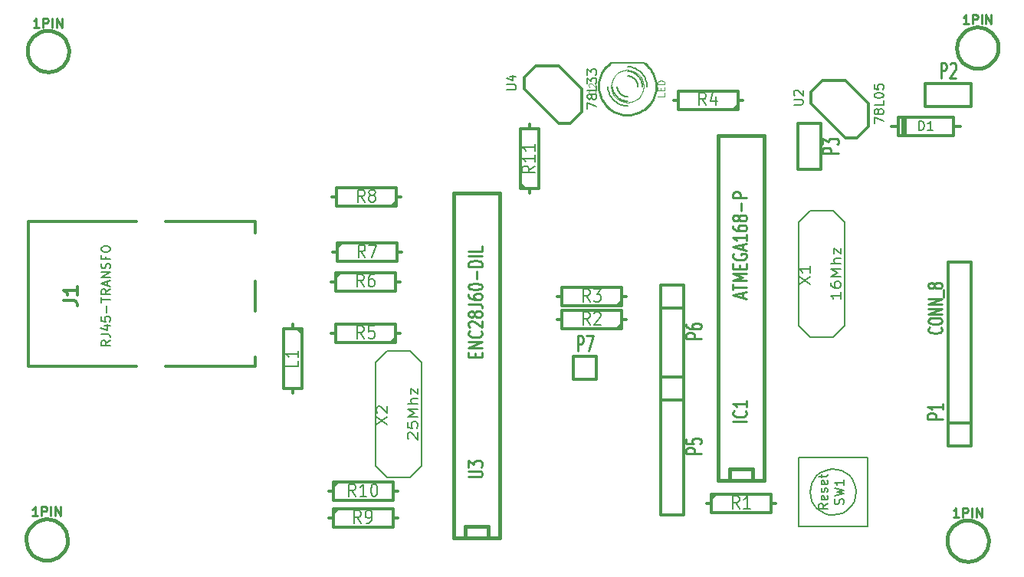
<source format=gto>
G04 (created by PCBNEW-RS274X (2012-01-19 BZR 3256)-stable) date 4/16/2012 4:42:44 PM*
G01*
G70*
G90*
%MOIN*%
G04 Gerber Fmt 3.4, Leading zero omitted, Abs format*
%FSLAX34Y34*%
G04 APERTURE LIST*
%ADD10C,0.006000*%
%ADD11C,0.005000*%
%ADD12C,0.012000*%
%ADD13C,0.008000*%
%ADD14C,0.003000*%
%ADD15C,0.010000*%
%ADD16C,0.015000*%
%ADD17C,0.012500*%
%ADD18C,0.010700*%
%ADD19C,0.003500*%
%ADD20C,0.011300*%
G04 APERTURE END LIST*
G54D10*
G54D11*
X45200Y-65800D02*
X45180Y-65994D01*
X45124Y-66181D01*
X45032Y-66353D01*
X44909Y-66504D01*
X44759Y-66629D01*
X44587Y-66721D01*
X44401Y-66779D01*
X44206Y-66799D01*
X44013Y-66782D01*
X43826Y-66727D01*
X43653Y-66636D01*
X43501Y-66514D01*
X43375Y-66364D01*
X43281Y-66193D01*
X43222Y-66007D01*
X43201Y-65813D01*
X43217Y-65620D01*
X43271Y-65432D01*
X43360Y-65259D01*
X43481Y-65106D01*
X43630Y-64979D01*
X43800Y-64884D01*
X43986Y-64824D01*
X44180Y-64801D01*
X44373Y-64816D01*
X44561Y-64868D01*
X44735Y-64956D01*
X44889Y-65076D01*
X45017Y-65224D01*
X45113Y-65394D01*
X45175Y-65579D01*
X45199Y-65773D01*
X45200Y-65800D01*
X45700Y-64300D02*
X45700Y-67300D01*
X45700Y-67300D02*
X42700Y-67300D01*
X42700Y-67300D02*
X42700Y-64300D01*
X45700Y-64300D02*
X42700Y-64300D01*
G54D12*
X49200Y-63800D02*
X49200Y-55800D01*
X49200Y-55800D02*
X50200Y-55800D01*
X50200Y-55800D02*
X50200Y-63800D01*
X50200Y-63800D02*
X49200Y-63800D01*
X50200Y-62800D02*
X49200Y-62800D01*
X36700Y-60800D02*
X37700Y-60800D01*
X37700Y-60800D02*
X37700Y-66800D01*
X37700Y-66800D02*
X36700Y-66800D01*
X36700Y-66800D02*
X36700Y-60800D01*
X36700Y-61800D02*
X37700Y-61800D01*
X37700Y-56800D02*
X37700Y-56800D01*
X36700Y-56800D02*
X37700Y-56800D01*
X37700Y-56800D02*
X37700Y-56800D01*
X37700Y-56800D02*
X37700Y-60800D01*
X37700Y-60800D02*
X36700Y-60800D01*
X36700Y-60800D02*
X36700Y-56800D01*
X36700Y-57800D02*
X37700Y-57800D01*
X48200Y-49025D02*
X48200Y-48025D01*
X48200Y-48025D02*
X50200Y-48025D01*
X50200Y-48025D02*
X50200Y-49025D01*
X50200Y-49025D02*
X48200Y-49025D01*
X20700Y-58500D02*
X20700Y-58700D01*
X20700Y-61500D02*
X20700Y-61300D01*
X20700Y-61300D02*
X21100Y-61300D01*
X21100Y-61300D02*
X21100Y-58700D01*
X21100Y-58700D02*
X20300Y-58700D01*
X20300Y-58700D02*
X20300Y-61300D01*
X20300Y-61300D02*
X20700Y-61300D01*
X20900Y-58700D02*
X21100Y-58900D01*
X31000Y-52800D02*
X31000Y-52600D01*
X31000Y-49800D02*
X31000Y-50000D01*
X31000Y-50000D02*
X30600Y-50000D01*
X30600Y-50000D02*
X30600Y-52600D01*
X30600Y-52600D02*
X31400Y-52600D01*
X31400Y-52600D02*
X31400Y-50000D01*
X31400Y-50000D02*
X31000Y-50000D01*
X30800Y-52600D02*
X30600Y-52400D01*
X22250Y-65775D02*
X22450Y-65775D01*
X25250Y-65775D02*
X25050Y-65775D01*
X25050Y-65775D02*
X25050Y-65375D01*
X25050Y-65375D02*
X22450Y-65375D01*
X22450Y-65375D02*
X22450Y-66175D01*
X22450Y-66175D02*
X25050Y-66175D01*
X25050Y-66175D02*
X25050Y-65775D01*
X22450Y-65575D02*
X22650Y-65375D01*
X22250Y-66925D02*
X22450Y-66925D01*
X25250Y-66925D02*
X25050Y-66925D01*
X25050Y-66925D02*
X25050Y-66525D01*
X25050Y-66525D02*
X22450Y-66525D01*
X22450Y-66525D02*
X22450Y-67325D01*
X22450Y-67325D02*
X25050Y-67325D01*
X25050Y-67325D02*
X25050Y-66925D01*
X22450Y-66725D02*
X22650Y-66525D01*
X25400Y-52975D02*
X25200Y-52975D01*
X22400Y-52975D02*
X22600Y-52975D01*
X22600Y-52975D02*
X22600Y-53375D01*
X22600Y-53375D02*
X25200Y-53375D01*
X25200Y-53375D02*
X25200Y-52575D01*
X25200Y-52575D02*
X22600Y-52575D01*
X22600Y-52575D02*
X22600Y-52975D01*
X25200Y-53175D02*
X25000Y-53375D01*
X22425Y-55375D02*
X22625Y-55375D01*
X25425Y-55375D02*
X25225Y-55375D01*
X25225Y-55375D02*
X25225Y-54975D01*
X25225Y-54975D02*
X22625Y-54975D01*
X22625Y-54975D02*
X22625Y-55775D01*
X22625Y-55775D02*
X25225Y-55775D01*
X25225Y-55775D02*
X25225Y-55375D01*
X22625Y-55175D02*
X22825Y-54975D01*
X22375Y-56650D02*
X22575Y-56650D01*
X25375Y-56650D02*
X25175Y-56650D01*
X25175Y-56650D02*
X25175Y-56250D01*
X25175Y-56250D02*
X22575Y-56250D01*
X22575Y-56250D02*
X22575Y-57050D01*
X22575Y-57050D02*
X25175Y-57050D01*
X25175Y-57050D02*
X25175Y-56650D01*
X22575Y-56450D02*
X22775Y-56250D01*
X25375Y-58900D02*
X25175Y-58900D01*
X22375Y-58900D02*
X22575Y-58900D01*
X22575Y-58900D02*
X22575Y-59300D01*
X22575Y-59300D02*
X25175Y-59300D01*
X25175Y-59300D02*
X25175Y-58500D01*
X25175Y-58500D02*
X22575Y-58500D01*
X22575Y-58500D02*
X22575Y-58900D01*
X25175Y-59100D02*
X24975Y-59300D01*
X40250Y-48750D02*
X40050Y-48750D01*
X37250Y-48750D02*
X37450Y-48750D01*
X37450Y-48750D02*
X37450Y-49150D01*
X37450Y-49150D02*
X40050Y-49150D01*
X40050Y-49150D02*
X40050Y-48350D01*
X40050Y-48350D02*
X37450Y-48350D01*
X37450Y-48350D02*
X37450Y-48750D01*
X40050Y-48950D02*
X39850Y-49150D01*
X35200Y-57300D02*
X35000Y-57300D01*
X32200Y-57300D02*
X32400Y-57300D01*
X32400Y-57300D02*
X32400Y-57700D01*
X32400Y-57700D02*
X35000Y-57700D01*
X35000Y-57700D02*
X35000Y-56900D01*
X35000Y-56900D02*
X32400Y-56900D01*
X32400Y-56900D02*
X32400Y-57300D01*
X35000Y-57500D02*
X34800Y-57700D01*
X35200Y-58300D02*
X35000Y-58300D01*
X32200Y-58300D02*
X32400Y-58300D01*
X32400Y-58300D02*
X32400Y-58700D01*
X32400Y-58700D02*
X35000Y-58700D01*
X35000Y-58700D02*
X35000Y-57900D01*
X35000Y-57900D02*
X32400Y-57900D01*
X32400Y-57900D02*
X32400Y-58300D01*
X35000Y-58500D02*
X34800Y-58700D01*
X38700Y-66300D02*
X38900Y-66300D01*
X41700Y-66300D02*
X41500Y-66300D01*
X41500Y-66300D02*
X41500Y-65900D01*
X41500Y-65900D02*
X38900Y-65900D01*
X38900Y-65900D02*
X38900Y-66700D01*
X38900Y-66700D02*
X41500Y-66700D01*
X41500Y-66700D02*
X41500Y-66300D01*
X38900Y-66100D02*
X39100Y-65900D01*
X43225Y-48900D02*
X44725Y-50400D01*
X44725Y-50400D02*
X45225Y-50400D01*
X45225Y-50400D02*
X45725Y-49900D01*
X45725Y-49900D02*
X45725Y-48900D01*
X45725Y-48900D02*
X44725Y-47900D01*
X44725Y-47900D02*
X43725Y-47900D01*
X43725Y-47900D02*
X43225Y-48400D01*
X43225Y-48400D02*
X43225Y-48900D01*
X30750Y-48250D02*
X32250Y-49750D01*
X32250Y-49750D02*
X32750Y-49750D01*
X32750Y-49750D02*
X33250Y-49250D01*
X33250Y-49250D02*
X33250Y-48250D01*
X33250Y-48250D02*
X32250Y-47250D01*
X32250Y-47250D02*
X31250Y-47250D01*
X31250Y-47250D02*
X30750Y-47750D01*
X30750Y-47750D02*
X30750Y-48250D01*
G54D13*
X36000Y-47130D02*
X34500Y-47130D01*
G54D14*
X35957Y-48150D02*
X35943Y-48287D01*
X35903Y-48419D01*
X35838Y-48541D01*
X35751Y-48648D01*
X35645Y-48736D01*
X35523Y-48801D01*
X35392Y-48842D01*
X35254Y-48856D01*
X35118Y-48844D01*
X34986Y-48805D01*
X34863Y-48741D01*
X34756Y-48655D01*
X34667Y-48549D01*
X34601Y-48428D01*
X34559Y-48296D01*
X34544Y-48159D01*
X34555Y-48023D01*
X34593Y-47890D01*
X34656Y-47768D01*
X34742Y-47659D01*
X34847Y-47570D01*
X34967Y-47503D01*
X35099Y-47460D01*
X35236Y-47444D01*
X35372Y-47454D01*
X35505Y-47491D01*
X35628Y-47554D01*
X35737Y-47639D01*
X35827Y-47743D01*
X35895Y-47863D01*
X35939Y-47994D01*
X35956Y-48131D01*
X35957Y-48150D01*
G54D15*
X34500Y-47151D02*
X34416Y-47220D01*
X34338Y-47296D01*
X34267Y-47379D01*
X34203Y-47468D01*
X34148Y-47562D01*
X34101Y-47660D01*
X34062Y-47762D01*
X34033Y-47867D01*
X34013Y-47974D01*
X34002Y-48083D01*
X34001Y-48191D01*
X34010Y-48300D01*
X34027Y-48407D01*
X34054Y-48513D01*
X34091Y-48616D01*
X34136Y-48715D01*
X34189Y-48810D01*
X34251Y-48900D01*
X34320Y-48984D01*
X34396Y-49062D01*
X34479Y-49133D01*
X34568Y-49197D01*
X34662Y-49252D01*
X34760Y-49299D01*
X34862Y-49338D01*
X34967Y-49367D01*
X35074Y-49387D01*
X35183Y-49398D01*
X35291Y-49399D01*
X35400Y-49390D01*
X35507Y-49373D01*
X35613Y-49346D01*
X35716Y-49309D01*
X35815Y-49264D01*
X35910Y-49211D01*
X36000Y-49149D01*
X36084Y-49080D01*
X36162Y-49004D01*
X36233Y-48921D01*
X36297Y-48832D01*
X36352Y-48738D01*
X36399Y-48640D01*
X36438Y-48538D01*
X36467Y-48433D01*
X36487Y-48326D01*
X36498Y-48217D01*
X36499Y-48109D01*
X36490Y-48000D01*
X36473Y-47893D01*
X36446Y-47787D01*
X36409Y-47684D01*
X36364Y-47585D01*
X36311Y-47490D01*
X36249Y-47400D01*
X36180Y-47316D01*
X36104Y-47238D01*
X36021Y-47167D01*
X36000Y-47151D01*
G54D10*
X34800Y-48150D02*
X34802Y-48189D01*
X34807Y-48228D01*
X34816Y-48266D01*
X34828Y-48303D01*
X34843Y-48340D01*
X34861Y-48374D01*
X34882Y-48408D01*
X34906Y-48439D01*
X34932Y-48468D01*
X34961Y-48494D01*
X34992Y-48518D01*
X35026Y-48539D01*
X35060Y-48557D01*
X35097Y-48572D01*
X35134Y-48584D01*
X35172Y-48593D01*
X35211Y-48598D01*
X35250Y-48600D01*
X35700Y-48150D02*
X35698Y-48111D01*
X35693Y-48072D01*
X35684Y-48034D01*
X35672Y-47997D01*
X35657Y-47960D01*
X35639Y-47926D01*
X35618Y-47892D01*
X35594Y-47861D01*
X35568Y-47832D01*
X35539Y-47806D01*
X35508Y-47782D01*
X35475Y-47761D01*
X35440Y-47743D01*
X35403Y-47728D01*
X35366Y-47716D01*
X35328Y-47707D01*
X35289Y-47702D01*
X35250Y-47700D01*
X34600Y-48150D02*
X34603Y-48206D01*
X34610Y-48262D01*
X34623Y-48318D01*
X34640Y-48372D01*
X34661Y-48424D01*
X34688Y-48475D01*
X34718Y-48522D01*
X34753Y-48567D01*
X34791Y-48609D01*
X34833Y-48647D01*
X34878Y-48682D01*
X34926Y-48712D01*
X34976Y-48739D01*
X35028Y-48760D01*
X35082Y-48777D01*
X35138Y-48790D01*
X35194Y-48797D01*
X35250Y-48800D01*
X35900Y-48150D02*
X35897Y-48094D01*
X35890Y-48038D01*
X35877Y-47982D01*
X35860Y-47928D01*
X35839Y-47876D01*
X35812Y-47826D01*
X35782Y-47778D01*
X35747Y-47733D01*
X35709Y-47691D01*
X35667Y-47653D01*
X35622Y-47618D01*
X35575Y-47588D01*
X35524Y-47561D01*
X35472Y-47540D01*
X35418Y-47523D01*
X35362Y-47510D01*
X35306Y-47503D01*
X35250Y-47500D01*
X34400Y-48150D02*
X34404Y-48224D01*
X34413Y-48297D01*
X34429Y-48369D01*
X34452Y-48440D01*
X34480Y-48509D01*
X34514Y-48574D01*
X34554Y-48637D01*
X34599Y-48696D01*
X34649Y-48751D01*
X34704Y-48801D01*
X34763Y-48846D01*
X34826Y-48886D01*
X34891Y-48920D01*
X34960Y-48948D01*
X35031Y-48971D01*
X35103Y-48987D01*
X35176Y-48996D01*
X35250Y-49000D01*
X36100Y-48150D02*
X36096Y-48076D01*
X36087Y-48003D01*
X36071Y-47931D01*
X36048Y-47860D01*
X36020Y-47791D01*
X35986Y-47726D01*
X35946Y-47663D01*
X35901Y-47604D01*
X35851Y-47549D01*
X35796Y-47499D01*
X35737Y-47454D01*
X35675Y-47414D01*
X35609Y-47380D01*
X35540Y-47352D01*
X35469Y-47329D01*
X35397Y-47313D01*
X35324Y-47304D01*
X35250Y-47300D01*
X43200Y-59050D02*
X42700Y-58550D01*
X42700Y-54050D02*
X43200Y-53550D01*
X44200Y-53550D02*
X44700Y-54050D01*
X44200Y-59050D02*
X44700Y-58550D01*
X42700Y-58550D02*
X42700Y-54050D01*
X43200Y-59050D02*
X44200Y-59050D01*
X44700Y-58550D02*
X44700Y-54050D01*
X44200Y-53550D02*
X43200Y-53550D01*
X24800Y-65150D02*
X24300Y-64650D01*
X24300Y-60150D02*
X24800Y-59650D01*
X25800Y-59650D02*
X26300Y-60150D01*
X25800Y-65150D02*
X26300Y-64650D01*
X24300Y-64650D02*
X24300Y-60150D01*
X24800Y-65150D02*
X25800Y-65150D01*
X26300Y-64650D02*
X26300Y-60150D01*
X25800Y-59650D02*
X24800Y-59650D01*
G54D12*
X46725Y-49900D02*
X47025Y-49900D01*
X47025Y-49900D02*
X47025Y-50300D01*
X47025Y-50300D02*
X49425Y-50300D01*
X49425Y-50300D02*
X49425Y-49900D01*
X49425Y-49900D02*
X49725Y-49900D01*
X49425Y-49900D02*
X49425Y-49500D01*
X49425Y-49500D02*
X47025Y-49500D01*
X47025Y-49500D02*
X47025Y-49900D01*
X47225Y-50300D02*
X47225Y-49500D01*
X47325Y-49500D02*
X47325Y-50300D01*
G54D16*
X39200Y-65300D02*
X39200Y-50300D01*
X39200Y-50300D02*
X41200Y-50300D01*
X41200Y-50300D02*
X41200Y-65300D01*
X41200Y-65300D02*
X39200Y-65300D01*
X39700Y-65300D02*
X39700Y-64800D01*
X39700Y-64800D02*
X40700Y-64800D01*
X40700Y-64800D02*
X40700Y-65300D01*
X27700Y-67800D02*
X27700Y-52800D01*
X27700Y-52800D02*
X29700Y-52800D01*
X29700Y-52800D02*
X29700Y-67800D01*
X29700Y-67800D02*
X27700Y-67800D01*
X28200Y-67800D02*
X28200Y-67300D01*
X28200Y-67300D02*
X29200Y-67300D01*
X29200Y-67300D02*
X29200Y-67800D01*
G54D17*
X32900Y-60900D02*
X33900Y-60900D01*
X32900Y-59900D02*
X33900Y-59900D01*
G54D12*
X32900Y-60900D02*
X32900Y-59900D01*
X33900Y-59900D02*
X33900Y-60900D01*
X09200Y-60325D02*
X13900Y-60325D01*
X15150Y-60325D02*
X19050Y-60325D01*
X09200Y-54025D02*
X13900Y-54025D01*
X15150Y-54025D02*
X19050Y-54025D01*
X19050Y-60325D02*
X19050Y-59925D01*
X19050Y-56625D02*
X19050Y-57925D01*
X19050Y-54025D02*
X19050Y-54525D01*
X09182Y-54025D02*
X09182Y-60325D01*
X42650Y-49750D02*
X43650Y-49750D01*
X43650Y-49750D02*
X43650Y-51750D01*
X43650Y-51750D02*
X42650Y-51750D01*
X42650Y-51750D02*
X42650Y-49750D01*
G54D16*
X10900Y-67875D02*
X10882Y-68049D01*
X10832Y-68217D01*
X10749Y-68373D01*
X10638Y-68509D01*
X10503Y-68621D01*
X10348Y-68704D01*
X10180Y-68756D01*
X10006Y-68774D01*
X09832Y-68759D01*
X09663Y-68709D01*
X09508Y-68628D01*
X09371Y-68518D01*
X09258Y-68383D01*
X09173Y-68229D01*
X09120Y-68062D01*
X09101Y-67887D01*
X09115Y-67713D01*
X09164Y-67544D01*
X09244Y-67388D01*
X09353Y-67250D01*
X09487Y-67136D01*
X09640Y-67051D01*
X09807Y-66996D01*
X09982Y-66976D01*
X10156Y-66989D01*
X10325Y-67036D01*
X10482Y-67116D01*
X10620Y-67224D01*
X10735Y-67357D01*
X10822Y-67509D01*
X10877Y-67676D01*
X10899Y-67850D01*
X10900Y-67875D01*
X50950Y-67925D02*
X50932Y-68099D01*
X50882Y-68267D01*
X50799Y-68423D01*
X50688Y-68559D01*
X50553Y-68671D01*
X50398Y-68754D01*
X50230Y-68806D01*
X50056Y-68824D01*
X49882Y-68809D01*
X49713Y-68759D01*
X49558Y-68678D01*
X49421Y-68568D01*
X49308Y-68433D01*
X49223Y-68279D01*
X49170Y-68112D01*
X49151Y-67937D01*
X49165Y-67763D01*
X49214Y-67594D01*
X49294Y-67438D01*
X49403Y-67300D01*
X49537Y-67186D01*
X49690Y-67101D01*
X49857Y-67046D01*
X50032Y-67026D01*
X50206Y-67039D01*
X50375Y-67086D01*
X50532Y-67166D01*
X50670Y-67274D01*
X50785Y-67407D01*
X50872Y-67559D01*
X50927Y-67726D01*
X50949Y-67900D01*
X50950Y-67925D01*
X51375Y-46475D02*
X51357Y-46649D01*
X51307Y-46817D01*
X51224Y-46973D01*
X51113Y-47109D01*
X50978Y-47221D01*
X50823Y-47304D01*
X50655Y-47356D01*
X50481Y-47374D01*
X50307Y-47359D01*
X50138Y-47309D01*
X49983Y-47228D01*
X49846Y-47118D01*
X49733Y-46983D01*
X49648Y-46829D01*
X49595Y-46662D01*
X49576Y-46487D01*
X49590Y-46313D01*
X49639Y-46144D01*
X49719Y-45988D01*
X49828Y-45850D01*
X49962Y-45736D01*
X50115Y-45651D01*
X50282Y-45596D01*
X50457Y-45576D01*
X50631Y-45589D01*
X50800Y-45636D01*
X50957Y-45716D01*
X51095Y-45824D01*
X51210Y-45957D01*
X51297Y-46109D01*
X51352Y-46276D01*
X51374Y-46450D01*
X51375Y-46475D01*
X10950Y-46625D02*
X10932Y-46799D01*
X10882Y-46967D01*
X10799Y-47123D01*
X10688Y-47259D01*
X10553Y-47371D01*
X10398Y-47454D01*
X10230Y-47506D01*
X10056Y-47524D01*
X09882Y-47509D01*
X09713Y-47459D01*
X09558Y-47378D01*
X09421Y-47268D01*
X09308Y-47133D01*
X09223Y-46979D01*
X09170Y-46812D01*
X09151Y-46637D01*
X09165Y-46463D01*
X09214Y-46294D01*
X09294Y-46138D01*
X09403Y-46000D01*
X09537Y-45886D01*
X09690Y-45801D01*
X09857Y-45746D01*
X10032Y-45726D01*
X10206Y-45739D01*
X10375Y-45786D01*
X10532Y-45866D01*
X10670Y-45974D01*
X10785Y-46107D01*
X10872Y-46259D01*
X10927Y-46426D01*
X10949Y-46600D01*
X10950Y-46625D01*
G54D13*
X44643Y-66333D02*
X44662Y-66276D01*
X44662Y-66180D01*
X44643Y-66142D01*
X44624Y-66123D01*
X44586Y-66104D01*
X44548Y-66104D01*
X44510Y-66123D01*
X44490Y-66142D01*
X44471Y-66180D01*
X44452Y-66257D01*
X44433Y-66295D01*
X44414Y-66314D01*
X44376Y-66333D01*
X44338Y-66333D01*
X44300Y-66314D01*
X44281Y-66295D01*
X44262Y-66257D01*
X44262Y-66161D01*
X44281Y-66104D01*
X44262Y-65971D02*
X44662Y-65876D01*
X44376Y-65799D01*
X44662Y-65723D01*
X44262Y-65628D01*
X44662Y-65266D02*
X44662Y-65495D01*
X44662Y-65381D02*
X44262Y-65381D01*
X44319Y-65419D01*
X44357Y-65457D01*
X44376Y-65495D01*
X43962Y-66295D02*
X43771Y-66429D01*
X43962Y-66524D02*
X43562Y-66524D01*
X43562Y-66371D01*
X43581Y-66333D01*
X43600Y-66314D01*
X43638Y-66295D01*
X43695Y-66295D01*
X43733Y-66314D01*
X43752Y-66333D01*
X43771Y-66371D01*
X43771Y-66524D01*
X43943Y-65971D02*
X43962Y-66009D01*
X43962Y-66086D01*
X43943Y-66124D01*
X43905Y-66143D01*
X43752Y-66143D01*
X43714Y-66124D01*
X43695Y-66086D01*
X43695Y-66009D01*
X43714Y-65971D01*
X43752Y-65952D01*
X43790Y-65952D01*
X43829Y-66143D01*
X43943Y-65800D02*
X43962Y-65762D01*
X43962Y-65686D01*
X43943Y-65647D01*
X43905Y-65628D01*
X43886Y-65628D01*
X43848Y-65647D01*
X43829Y-65686D01*
X43829Y-65743D01*
X43810Y-65781D01*
X43771Y-65800D01*
X43752Y-65800D01*
X43714Y-65781D01*
X43695Y-65743D01*
X43695Y-65686D01*
X43714Y-65647D01*
X43943Y-65304D02*
X43962Y-65342D01*
X43962Y-65419D01*
X43943Y-65457D01*
X43905Y-65476D01*
X43752Y-65476D01*
X43714Y-65457D01*
X43695Y-65419D01*
X43695Y-65342D01*
X43714Y-65304D01*
X43752Y-65285D01*
X43790Y-65285D01*
X43829Y-65476D01*
X43695Y-65171D02*
X43695Y-65019D01*
X43562Y-65114D02*
X43905Y-65114D01*
X43943Y-65095D01*
X43962Y-65057D01*
X43962Y-65019D01*
G54D18*
X48975Y-62616D02*
X48294Y-62616D01*
X48294Y-62453D01*
X48327Y-62412D01*
X48359Y-62392D01*
X48424Y-62372D01*
X48521Y-62372D01*
X48586Y-62392D01*
X48618Y-62412D01*
X48651Y-62453D01*
X48651Y-62616D01*
X48975Y-61964D02*
X48975Y-62208D01*
X48975Y-62086D02*
X48294Y-62086D01*
X48391Y-62127D01*
X48456Y-62168D01*
X48489Y-62208D01*
G54D15*
X48886Y-58647D02*
X48914Y-58666D01*
X48943Y-58723D01*
X48943Y-58761D01*
X48914Y-58819D01*
X48857Y-58857D01*
X48800Y-58876D01*
X48686Y-58895D01*
X48600Y-58895D01*
X48486Y-58876D01*
X48429Y-58857D01*
X48371Y-58819D01*
X48343Y-58761D01*
X48343Y-58723D01*
X48371Y-58666D01*
X48400Y-58647D01*
X48343Y-58400D02*
X48343Y-58323D01*
X48371Y-58285D01*
X48429Y-58247D01*
X48543Y-58228D01*
X48743Y-58228D01*
X48857Y-58247D01*
X48914Y-58285D01*
X48943Y-58323D01*
X48943Y-58400D01*
X48914Y-58438D01*
X48857Y-58476D01*
X48743Y-58495D01*
X48543Y-58495D01*
X48429Y-58476D01*
X48371Y-58438D01*
X48343Y-58400D01*
X48943Y-58057D02*
X48343Y-58057D01*
X48943Y-57828D01*
X48343Y-57828D01*
X48943Y-57638D02*
X48343Y-57638D01*
X48943Y-57409D01*
X48343Y-57409D01*
X49000Y-57314D02*
X49000Y-57009D01*
X48600Y-56857D02*
X48571Y-56895D01*
X48543Y-56914D01*
X48486Y-56933D01*
X48457Y-56933D01*
X48400Y-56914D01*
X48371Y-56895D01*
X48343Y-56857D01*
X48343Y-56780D01*
X48371Y-56742D01*
X48400Y-56723D01*
X48457Y-56704D01*
X48486Y-56704D01*
X48543Y-56723D01*
X48571Y-56742D01*
X48600Y-56780D01*
X48600Y-56857D01*
X48629Y-56895D01*
X48657Y-56914D01*
X48714Y-56933D01*
X48829Y-56933D01*
X48886Y-56914D01*
X48914Y-56895D01*
X48943Y-56857D01*
X48943Y-56780D01*
X48914Y-56742D01*
X48886Y-56723D01*
X48829Y-56704D01*
X48714Y-56704D01*
X48657Y-56723D01*
X48629Y-56742D01*
X48600Y-56780D01*
G54D18*
X38475Y-64116D02*
X37794Y-64116D01*
X37794Y-63953D01*
X37827Y-63912D01*
X37859Y-63892D01*
X37924Y-63872D01*
X38021Y-63872D01*
X38086Y-63892D01*
X38118Y-63912D01*
X38151Y-63953D01*
X38151Y-64116D01*
X37794Y-63484D02*
X37794Y-63688D01*
X38118Y-63708D01*
X38086Y-63688D01*
X38054Y-63647D01*
X38054Y-63545D01*
X38086Y-63505D01*
X38118Y-63484D01*
X38183Y-63464D01*
X38345Y-63464D01*
X38410Y-63484D01*
X38443Y-63505D01*
X38475Y-63545D01*
X38475Y-63647D01*
X38443Y-63688D01*
X38410Y-63708D01*
X38476Y-59116D02*
X37793Y-59116D01*
X37793Y-58953D01*
X37825Y-58912D01*
X37858Y-58892D01*
X37923Y-58872D01*
X38021Y-58872D01*
X38086Y-58892D01*
X38118Y-58912D01*
X38151Y-58953D01*
X38151Y-59116D01*
X37793Y-58505D02*
X37793Y-58586D01*
X37825Y-58627D01*
X37858Y-58647D01*
X37956Y-58688D01*
X38086Y-58708D01*
X38346Y-58708D01*
X38411Y-58688D01*
X38443Y-58668D01*
X38476Y-58627D01*
X38476Y-58545D01*
X38443Y-58505D01*
X38411Y-58484D01*
X38346Y-58464D01*
X38183Y-58464D01*
X38118Y-58484D01*
X38086Y-58505D01*
X38053Y-58545D01*
X38053Y-58627D01*
X38086Y-58668D01*
X38118Y-58688D01*
X38183Y-58708D01*
X48884Y-47800D02*
X48884Y-47119D01*
X49047Y-47119D01*
X49088Y-47152D01*
X49108Y-47184D01*
X49128Y-47249D01*
X49128Y-47346D01*
X49108Y-47411D01*
X49088Y-47443D01*
X49047Y-47476D01*
X48884Y-47476D01*
X49292Y-47184D02*
X49312Y-47152D01*
X49353Y-47119D01*
X49455Y-47119D01*
X49495Y-47152D01*
X49516Y-47184D01*
X49536Y-47249D01*
X49536Y-47314D01*
X49516Y-47411D01*
X49271Y-47800D01*
X49536Y-47800D01*
G54D13*
X20923Y-60083D02*
X20923Y-60321D01*
X20373Y-60321D01*
X20923Y-59654D02*
X20923Y-59940D01*
X20923Y-59797D02*
X20373Y-59797D01*
X20451Y-59845D01*
X20504Y-59892D01*
X20530Y-59940D01*
X31223Y-51621D02*
X30961Y-51788D01*
X31223Y-51907D02*
X30673Y-51907D01*
X30673Y-51716D01*
X30699Y-51669D01*
X30725Y-51645D01*
X30777Y-51621D01*
X30856Y-51621D01*
X30908Y-51645D01*
X30935Y-51669D01*
X30961Y-51716D01*
X30961Y-51907D01*
X31223Y-51145D02*
X31223Y-51431D01*
X31223Y-51288D02*
X30673Y-51288D01*
X30751Y-51336D01*
X30804Y-51383D01*
X30830Y-51431D01*
X31223Y-50669D02*
X31223Y-50955D01*
X31223Y-50812D02*
X30673Y-50812D01*
X30751Y-50860D01*
X30804Y-50907D01*
X30830Y-50955D01*
X23429Y-65998D02*
X23262Y-65736D01*
X23143Y-65998D02*
X23143Y-65448D01*
X23334Y-65448D01*
X23381Y-65474D01*
X23405Y-65500D01*
X23429Y-65552D01*
X23429Y-65631D01*
X23405Y-65683D01*
X23381Y-65710D01*
X23334Y-65736D01*
X23143Y-65736D01*
X23905Y-65998D02*
X23619Y-65998D01*
X23762Y-65998D02*
X23762Y-65448D01*
X23714Y-65526D01*
X23667Y-65579D01*
X23619Y-65605D01*
X24214Y-65448D02*
X24262Y-65448D01*
X24310Y-65474D01*
X24333Y-65500D01*
X24357Y-65552D01*
X24381Y-65657D01*
X24381Y-65788D01*
X24357Y-65893D01*
X24333Y-65945D01*
X24310Y-65971D01*
X24262Y-65998D01*
X24214Y-65998D01*
X24167Y-65971D01*
X24143Y-65945D01*
X24119Y-65893D01*
X24095Y-65788D01*
X24095Y-65657D01*
X24119Y-65552D01*
X24143Y-65500D01*
X24167Y-65474D01*
X24214Y-65448D01*
X23667Y-67148D02*
X23500Y-66886D01*
X23381Y-67148D02*
X23381Y-66598D01*
X23572Y-66598D01*
X23619Y-66624D01*
X23643Y-66650D01*
X23667Y-66702D01*
X23667Y-66781D01*
X23643Y-66833D01*
X23619Y-66860D01*
X23572Y-66886D01*
X23381Y-66886D01*
X23905Y-67148D02*
X24000Y-67148D01*
X24048Y-67121D01*
X24072Y-67095D01*
X24119Y-67017D01*
X24143Y-66912D01*
X24143Y-66702D01*
X24119Y-66650D01*
X24095Y-66624D01*
X24048Y-66598D01*
X23952Y-66598D01*
X23905Y-66624D01*
X23881Y-66650D01*
X23857Y-66702D01*
X23857Y-66833D01*
X23881Y-66886D01*
X23905Y-66912D01*
X23952Y-66938D01*
X24048Y-66938D01*
X24095Y-66912D01*
X24119Y-66886D01*
X24143Y-66833D01*
X23817Y-53198D02*
X23650Y-52936D01*
X23531Y-53198D02*
X23531Y-52648D01*
X23722Y-52648D01*
X23769Y-52674D01*
X23793Y-52700D01*
X23817Y-52752D01*
X23817Y-52831D01*
X23793Y-52883D01*
X23769Y-52910D01*
X23722Y-52936D01*
X23531Y-52936D01*
X24102Y-52883D02*
X24055Y-52857D01*
X24031Y-52831D01*
X24007Y-52779D01*
X24007Y-52752D01*
X24031Y-52700D01*
X24055Y-52674D01*
X24102Y-52648D01*
X24198Y-52648D01*
X24245Y-52674D01*
X24269Y-52700D01*
X24293Y-52752D01*
X24293Y-52779D01*
X24269Y-52831D01*
X24245Y-52857D01*
X24198Y-52883D01*
X24102Y-52883D01*
X24055Y-52910D01*
X24031Y-52936D01*
X24007Y-52988D01*
X24007Y-53093D01*
X24031Y-53145D01*
X24055Y-53171D01*
X24102Y-53198D01*
X24198Y-53198D01*
X24245Y-53171D01*
X24269Y-53145D01*
X24293Y-53093D01*
X24293Y-52988D01*
X24269Y-52936D01*
X24245Y-52910D01*
X24198Y-52883D01*
X23842Y-55598D02*
X23675Y-55336D01*
X23556Y-55598D02*
X23556Y-55048D01*
X23747Y-55048D01*
X23794Y-55074D01*
X23818Y-55100D01*
X23842Y-55152D01*
X23842Y-55231D01*
X23818Y-55283D01*
X23794Y-55310D01*
X23747Y-55336D01*
X23556Y-55336D01*
X24008Y-55048D02*
X24342Y-55048D01*
X24127Y-55598D01*
X23792Y-56873D02*
X23625Y-56611D01*
X23506Y-56873D02*
X23506Y-56323D01*
X23697Y-56323D01*
X23744Y-56349D01*
X23768Y-56375D01*
X23792Y-56427D01*
X23792Y-56506D01*
X23768Y-56558D01*
X23744Y-56585D01*
X23697Y-56611D01*
X23506Y-56611D01*
X24220Y-56323D02*
X24125Y-56323D01*
X24077Y-56349D01*
X24054Y-56375D01*
X24006Y-56454D01*
X23982Y-56558D01*
X23982Y-56768D01*
X24006Y-56820D01*
X24030Y-56846D01*
X24077Y-56873D01*
X24173Y-56873D01*
X24220Y-56846D01*
X24244Y-56820D01*
X24268Y-56768D01*
X24268Y-56637D01*
X24244Y-56585D01*
X24220Y-56558D01*
X24173Y-56532D01*
X24077Y-56532D01*
X24030Y-56558D01*
X24006Y-56585D01*
X23982Y-56637D01*
X23792Y-59123D02*
X23625Y-58861D01*
X23506Y-59123D02*
X23506Y-58573D01*
X23697Y-58573D01*
X23744Y-58599D01*
X23768Y-58625D01*
X23792Y-58677D01*
X23792Y-58756D01*
X23768Y-58808D01*
X23744Y-58835D01*
X23697Y-58861D01*
X23506Y-58861D01*
X24244Y-58573D02*
X24006Y-58573D01*
X23982Y-58835D01*
X24006Y-58808D01*
X24054Y-58782D01*
X24173Y-58782D01*
X24220Y-58808D01*
X24244Y-58835D01*
X24268Y-58887D01*
X24268Y-59018D01*
X24244Y-59070D01*
X24220Y-59096D01*
X24173Y-59123D01*
X24054Y-59123D01*
X24006Y-59096D01*
X23982Y-59070D01*
X38667Y-48973D02*
X38500Y-48711D01*
X38381Y-48973D02*
X38381Y-48423D01*
X38572Y-48423D01*
X38619Y-48449D01*
X38643Y-48475D01*
X38667Y-48527D01*
X38667Y-48606D01*
X38643Y-48658D01*
X38619Y-48685D01*
X38572Y-48711D01*
X38381Y-48711D01*
X39095Y-48606D02*
X39095Y-48973D01*
X38976Y-48396D02*
X38857Y-48789D01*
X39167Y-48789D01*
X33617Y-57523D02*
X33450Y-57261D01*
X33331Y-57523D02*
X33331Y-56973D01*
X33522Y-56973D01*
X33569Y-56999D01*
X33593Y-57025D01*
X33617Y-57077D01*
X33617Y-57156D01*
X33593Y-57208D01*
X33569Y-57235D01*
X33522Y-57261D01*
X33331Y-57261D01*
X33783Y-56973D02*
X34093Y-56973D01*
X33926Y-57182D01*
X33998Y-57182D01*
X34045Y-57208D01*
X34069Y-57235D01*
X34093Y-57287D01*
X34093Y-57418D01*
X34069Y-57470D01*
X34045Y-57496D01*
X33998Y-57523D01*
X33855Y-57523D01*
X33807Y-57496D01*
X33783Y-57470D01*
X33617Y-58523D02*
X33450Y-58261D01*
X33331Y-58523D02*
X33331Y-57973D01*
X33522Y-57973D01*
X33569Y-57999D01*
X33593Y-58025D01*
X33617Y-58077D01*
X33617Y-58156D01*
X33593Y-58208D01*
X33569Y-58235D01*
X33522Y-58261D01*
X33331Y-58261D01*
X33807Y-58025D02*
X33831Y-57999D01*
X33879Y-57973D01*
X33998Y-57973D01*
X34045Y-57999D01*
X34069Y-58025D01*
X34093Y-58077D01*
X34093Y-58130D01*
X34069Y-58208D01*
X33783Y-58523D01*
X34093Y-58523D01*
X40117Y-66523D02*
X39950Y-66261D01*
X39831Y-66523D02*
X39831Y-65973D01*
X40022Y-65973D01*
X40069Y-65999D01*
X40093Y-66025D01*
X40117Y-66077D01*
X40117Y-66156D01*
X40093Y-66208D01*
X40069Y-66235D01*
X40022Y-66261D01*
X39831Y-66261D01*
X40593Y-66523D02*
X40307Y-66523D01*
X40450Y-66523D02*
X40450Y-65973D01*
X40402Y-66051D01*
X40355Y-66104D01*
X40307Y-66130D01*
X42487Y-48955D02*
X42811Y-48955D01*
X42849Y-48936D01*
X42868Y-48917D01*
X42887Y-48879D01*
X42887Y-48802D01*
X42868Y-48764D01*
X42849Y-48745D01*
X42811Y-48726D01*
X42487Y-48726D01*
X42525Y-48555D02*
X42506Y-48536D01*
X42487Y-48498D01*
X42487Y-48402D01*
X42506Y-48364D01*
X42525Y-48345D01*
X42563Y-48326D01*
X42601Y-48326D01*
X42658Y-48345D01*
X42887Y-48574D01*
X42887Y-48326D01*
X45987Y-49767D02*
X45987Y-49500D01*
X46387Y-49672D01*
X46158Y-49291D02*
X46139Y-49329D01*
X46120Y-49348D01*
X46082Y-49367D01*
X46063Y-49367D01*
X46025Y-49348D01*
X46006Y-49329D01*
X45987Y-49291D01*
X45987Y-49214D01*
X46006Y-49176D01*
X46025Y-49157D01*
X46063Y-49138D01*
X46082Y-49138D01*
X46120Y-49157D01*
X46139Y-49176D01*
X46158Y-49214D01*
X46158Y-49291D01*
X46177Y-49329D01*
X46196Y-49348D01*
X46235Y-49367D01*
X46311Y-49367D01*
X46349Y-49348D01*
X46368Y-49329D01*
X46387Y-49291D01*
X46387Y-49214D01*
X46368Y-49176D01*
X46349Y-49157D01*
X46311Y-49138D01*
X46235Y-49138D01*
X46196Y-49157D01*
X46177Y-49176D01*
X46158Y-49214D01*
X46387Y-48776D02*
X46387Y-48967D01*
X45987Y-48967D01*
X45987Y-48567D02*
X45987Y-48528D01*
X46006Y-48490D01*
X46025Y-48471D01*
X46063Y-48452D01*
X46139Y-48433D01*
X46235Y-48433D01*
X46311Y-48452D01*
X46349Y-48471D01*
X46368Y-48490D01*
X46387Y-48528D01*
X46387Y-48567D01*
X46368Y-48605D01*
X46349Y-48624D01*
X46311Y-48643D01*
X46235Y-48662D01*
X46139Y-48662D01*
X46063Y-48643D01*
X46025Y-48624D01*
X46006Y-48605D01*
X45987Y-48567D01*
X45987Y-48071D02*
X45987Y-48262D01*
X46177Y-48281D01*
X46158Y-48262D01*
X46139Y-48224D01*
X46139Y-48128D01*
X46158Y-48090D01*
X46177Y-48071D01*
X46215Y-48052D01*
X46311Y-48052D01*
X46349Y-48071D01*
X46368Y-48090D01*
X46387Y-48128D01*
X46387Y-48224D01*
X46368Y-48262D01*
X46349Y-48281D01*
X30012Y-48305D02*
X30336Y-48305D01*
X30374Y-48286D01*
X30393Y-48267D01*
X30412Y-48229D01*
X30412Y-48152D01*
X30393Y-48114D01*
X30374Y-48095D01*
X30336Y-48076D01*
X30012Y-48076D01*
X30145Y-47714D02*
X30412Y-47714D01*
X29993Y-47810D02*
X30279Y-47905D01*
X30279Y-47657D01*
X33512Y-49117D02*
X33512Y-48850D01*
X33912Y-49022D01*
X33683Y-48641D02*
X33664Y-48679D01*
X33645Y-48698D01*
X33607Y-48717D01*
X33588Y-48717D01*
X33550Y-48698D01*
X33531Y-48679D01*
X33512Y-48641D01*
X33512Y-48564D01*
X33531Y-48526D01*
X33550Y-48507D01*
X33588Y-48488D01*
X33607Y-48488D01*
X33645Y-48507D01*
X33664Y-48526D01*
X33683Y-48564D01*
X33683Y-48641D01*
X33702Y-48679D01*
X33721Y-48698D01*
X33760Y-48717D01*
X33836Y-48717D01*
X33874Y-48698D01*
X33893Y-48679D01*
X33912Y-48641D01*
X33912Y-48564D01*
X33893Y-48526D01*
X33874Y-48507D01*
X33836Y-48488D01*
X33760Y-48488D01*
X33721Y-48507D01*
X33702Y-48526D01*
X33683Y-48564D01*
X33912Y-48126D02*
X33912Y-48317D01*
X33512Y-48317D01*
X33512Y-48031D02*
X33512Y-47783D01*
X33664Y-47917D01*
X33664Y-47859D01*
X33683Y-47821D01*
X33702Y-47802D01*
X33740Y-47783D01*
X33836Y-47783D01*
X33874Y-47802D01*
X33893Y-47821D01*
X33912Y-47859D01*
X33912Y-47974D01*
X33893Y-48012D01*
X33874Y-48031D01*
X33512Y-47650D02*
X33512Y-47402D01*
X33664Y-47536D01*
X33664Y-47478D01*
X33683Y-47440D01*
X33702Y-47421D01*
X33740Y-47402D01*
X33836Y-47402D01*
X33874Y-47421D01*
X33893Y-47440D01*
X33912Y-47478D01*
X33912Y-47593D01*
X33893Y-47631D01*
X33874Y-47650D01*
G54D19*
X33871Y-48472D02*
X33571Y-48472D01*
X33571Y-48400D01*
X33586Y-48357D01*
X33614Y-48329D01*
X33643Y-48314D01*
X33700Y-48300D01*
X33743Y-48300D01*
X33800Y-48314D01*
X33829Y-48329D01*
X33857Y-48357D01*
X33871Y-48400D01*
X33871Y-48472D01*
X33600Y-48186D02*
X33586Y-48172D01*
X33571Y-48143D01*
X33571Y-48072D01*
X33586Y-48043D01*
X33600Y-48029D01*
X33629Y-48014D01*
X33657Y-48014D01*
X33700Y-48029D01*
X33871Y-48200D01*
X33871Y-48014D01*
X36871Y-48443D02*
X36871Y-48586D01*
X36571Y-48586D01*
X36714Y-48343D02*
X36714Y-48243D01*
X36871Y-48200D02*
X36871Y-48343D01*
X36571Y-48343D01*
X36571Y-48200D01*
X36871Y-48072D02*
X36571Y-48072D01*
X36571Y-48000D01*
X36586Y-47957D01*
X36614Y-47929D01*
X36643Y-47914D01*
X36700Y-47900D01*
X36743Y-47900D01*
X36800Y-47914D01*
X36829Y-47929D01*
X36857Y-47957D01*
X36871Y-48000D01*
X36871Y-48072D01*
G54D10*
X42732Y-56755D02*
X43182Y-56421D01*
X42732Y-56421D02*
X43182Y-56755D01*
X43182Y-55969D02*
X43182Y-56255D01*
X43182Y-56112D02*
X42732Y-56112D01*
X42796Y-56160D01*
X42839Y-56207D01*
X42861Y-56255D01*
X44532Y-57109D02*
X44532Y-57395D01*
X44532Y-57252D02*
X44082Y-57252D01*
X44146Y-57300D01*
X44189Y-57347D01*
X44211Y-57395D01*
X44082Y-56681D02*
X44082Y-56776D01*
X44104Y-56824D01*
X44125Y-56847D01*
X44189Y-56895D01*
X44275Y-56919D01*
X44446Y-56919D01*
X44489Y-56895D01*
X44511Y-56871D01*
X44532Y-56824D01*
X44532Y-56728D01*
X44511Y-56681D01*
X44489Y-56657D01*
X44446Y-56633D01*
X44339Y-56633D01*
X44296Y-56657D01*
X44275Y-56681D01*
X44254Y-56728D01*
X44254Y-56824D01*
X44275Y-56871D01*
X44296Y-56895D01*
X44339Y-56919D01*
X44532Y-56419D02*
X44082Y-56419D01*
X44404Y-56252D01*
X44082Y-56086D01*
X44532Y-56086D01*
X44532Y-55848D02*
X44082Y-55848D01*
X44532Y-55634D02*
X44296Y-55634D01*
X44254Y-55657D01*
X44232Y-55705D01*
X44232Y-55777D01*
X44254Y-55824D01*
X44275Y-55848D01*
X44232Y-55444D02*
X44232Y-55182D01*
X44532Y-55444D01*
X44532Y-55182D01*
X24332Y-62855D02*
X24782Y-62521D01*
X24332Y-62521D02*
X24782Y-62855D01*
X24375Y-62355D02*
X24354Y-62331D01*
X24332Y-62283D01*
X24332Y-62164D01*
X24354Y-62117D01*
X24375Y-62093D01*
X24418Y-62069D01*
X24461Y-62069D01*
X24525Y-62093D01*
X24782Y-62379D01*
X24782Y-62069D01*
X25725Y-63495D02*
X25704Y-63471D01*
X25682Y-63423D01*
X25682Y-63304D01*
X25704Y-63257D01*
X25725Y-63233D01*
X25768Y-63209D01*
X25811Y-63209D01*
X25875Y-63233D01*
X26132Y-63519D01*
X26132Y-63209D01*
X25682Y-62757D02*
X25682Y-62995D01*
X25896Y-63019D01*
X25875Y-62995D01*
X25854Y-62947D01*
X25854Y-62828D01*
X25875Y-62781D01*
X25896Y-62757D01*
X25939Y-62733D01*
X26046Y-62733D01*
X26089Y-62757D01*
X26111Y-62781D01*
X26132Y-62828D01*
X26132Y-62947D01*
X26111Y-62995D01*
X26089Y-63019D01*
X26132Y-62519D02*
X25682Y-62519D01*
X26004Y-62352D01*
X25682Y-62186D01*
X26132Y-62186D01*
X26132Y-61948D02*
X25682Y-61948D01*
X26132Y-61734D02*
X25896Y-61734D01*
X25854Y-61757D01*
X25832Y-61805D01*
X25832Y-61877D01*
X25854Y-61924D01*
X25875Y-61948D01*
X25832Y-61544D02*
X25832Y-61282D01*
X26132Y-61544D01*
X26132Y-61282D01*
G54D13*
X47930Y-50062D02*
X47930Y-49662D01*
X48025Y-49662D01*
X48083Y-49681D01*
X48121Y-49719D01*
X48140Y-49757D01*
X48159Y-49833D01*
X48159Y-49890D01*
X48140Y-49967D01*
X48121Y-50005D01*
X48083Y-50043D01*
X48025Y-50062D01*
X47930Y-50062D01*
X48540Y-50062D02*
X48311Y-50062D01*
X48425Y-50062D02*
X48425Y-49662D01*
X48387Y-49719D01*
X48349Y-49757D01*
X48311Y-49776D01*
G54D20*
X40443Y-62739D02*
X39843Y-62739D01*
X40386Y-62268D02*
X40414Y-62289D01*
X40443Y-62353D01*
X40443Y-62396D01*
X40414Y-62461D01*
X40357Y-62503D01*
X40300Y-62525D01*
X40186Y-62546D01*
X40100Y-62546D01*
X39986Y-62525D01*
X39929Y-62503D01*
X39871Y-62461D01*
X39843Y-62396D01*
X39843Y-62353D01*
X39871Y-62289D01*
X39900Y-62268D01*
X40443Y-61839D02*
X40443Y-62096D01*
X40443Y-61968D02*
X39843Y-61968D01*
X39929Y-62011D01*
X39986Y-62053D01*
X40014Y-62096D01*
X40271Y-57354D02*
X40271Y-57140D01*
X40443Y-57397D02*
X39843Y-57247D01*
X40443Y-57097D01*
X39843Y-57011D02*
X39843Y-56754D01*
X40443Y-56883D02*
X39843Y-56883D01*
X40443Y-56604D02*
X39843Y-56604D01*
X40271Y-56454D01*
X39843Y-56304D01*
X40443Y-56304D01*
X40129Y-56090D02*
X40129Y-55940D01*
X40443Y-55876D02*
X40443Y-56090D01*
X39843Y-56090D01*
X39843Y-55876D01*
X39871Y-55447D02*
X39843Y-55490D01*
X39843Y-55554D01*
X39871Y-55619D01*
X39929Y-55661D01*
X39986Y-55683D01*
X40100Y-55704D01*
X40186Y-55704D01*
X40300Y-55683D01*
X40357Y-55661D01*
X40414Y-55619D01*
X40443Y-55554D01*
X40443Y-55511D01*
X40414Y-55447D01*
X40386Y-55426D01*
X40186Y-55426D01*
X40186Y-55511D01*
X40271Y-55254D02*
X40271Y-55040D01*
X40443Y-55297D02*
X39843Y-55147D01*
X40443Y-54997D01*
X40443Y-54611D02*
X40443Y-54868D01*
X40443Y-54740D02*
X39843Y-54740D01*
X39929Y-54783D01*
X39986Y-54825D01*
X40014Y-54868D01*
X39843Y-54225D02*
X39843Y-54311D01*
X39871Y-54354D01*
X39900Y-54375D01*
X39986Y-54418D01*
X40100Y-54439D01*
X40329Y-54439D01*
X40386Y-54418D01*
X40414Y-54396D01*
X40443Y-54354D01*
X40443Y-54268D01*
X40414Y-54225D01*
X40386Y-54204D01*
X40329Y-54182D01*
X40186Y-54182D01*
X40129Y-54204D01*
X40100Y-54225D01*
X40071Y-54268D01*
X40071Y-54354D01*
X40100Y-54396D01*
X40129Y-54418D01*
X40186Y-54439D01*
X40100Y-53925D02*
X40071Y-53967D01*
X40043Y-53989D01*
X39986Y-54010D01*
X39957Y-54010D01*
X39900Y-53989D01*
X39871Y-53967D01*
X39843Y-53925D01*
X39843Y-53839D01*
X39871Y-53796D01*
X39900Y-53775D01*
X39957Y-53753D01*
X39986Y-53753D01*
X40043Y-53775D01*
X40071Y-53796D01*
X40100Y-53839D01*
X40100Y-53925D01*
X40129Y-53967D01*
X40157Y-53989D01*
X40214Y-54010D01*
X40329Y-54010D01*
X40386Y-53989D01*
X40414Y-53967D01*
X40443Y-53925D01*
X40443Y-53839D01*
X40414Y-53796D01*
X40386Y-53775D01*
X40329Y-53753D01*
X40214Y-53753D01*
X40157Y-53775D01*
X40129Y-53796D01*
X40100Y-53839D01*
X40214Y-53560D02*
X40214Y-53217D01*
X40443Y-53003D02*
X39843Y-53003D01*
X39843Y-52831D01*
X39871Y-52789D01*
X39900Y-52767D01*
X39957Y-52746D01*
X40043Y-52746D01*
X40100Y-52767D01*
X40129Y-52789D01*
X40157Y-52831D01*
X40157Y-53003D01*
X28343Y-65143D02*
X28829Y-65143D01*
X28886Y-65121D01*
X28914Y-65100D01*
X28943Y-65057D01*
X28943Y-64971D01*
X28914Y-64929D01*
X28886Y-64907D01*
X28829Y-64886D01*
X28343Y-64886D01*
X28343Y-64715D02*
X28343Y-64436D01*
X28571Y-64586D01*
X28571Y-64522D01*
X28600Y-64479D01*
X28629Y-64458D01*
X28686Y-64436D01*
X28829Y-64436D01*
X28886Y-64458D01*
X28914Y-64479D01*
X28943Y-64522D01*
X28943Y-64650D01*
X28914Y-64693D01*
X28886Y-64715D01*
X28629Y-59929D02*
X28629Y-59779D01*
X28943Y-59715D02*
X28943Y-59929D01*
X28343Y-59929D01*
X28343Y-59715D01*
X28943Y-59522D02*
X28343Y-59522D01*
X28943Y-59265D01*
X28343Y-59265D01*
X28886Y-58794D02*
X28914Y-58815D01*
X28943Y-58879D01*
X28943Y-58922D01*
X28914Y-58987D01*
X28857Y-59029D01*
X28800Y-59051D01*
X28686Y-59072D01*
X28600Y-59072D01*
X28486Y-59051D01*
X28429Y-59029D01*
X28371Y-58987D01*
X28343Y-58922D01*
X28343Y-58879D01*
X28371Y-58815D01*
X28400Y-58794D01*
X28400Y-58622D02*
X28371Y-58601D01*
X28343Y-58558D01*
X28343Y-58451D01*
X28371Y-58408D01*
X28400Y-58387D01*
X28457Y-58365D01*
X28514Y-58365D01*
X28600Y-58387D01*
X28943Y-58644D01*
X28943Y-58365D01*
X28600Y-58108D02*
X28571Y-58150D01*
X28543Y-58172D01*
X28486Y-58193D01*
X28457Y-58193D01*
X28400Y-58172D01*
X28371Y-58150D01*
X28343Y-58108D01*
X28343Y-58022D01*
X28371Y-57979D01*
X28400Y-57958D01*
X28457Y-57936D01*
X28486Y-57936D01*
X28543Y-57958D01*
X28571Y-57979D01*
X28600Y-58022D01*
X28600Y-58108D01*
X28629Y-58150D01*
X28657Y-58172D01*
X28714Y-58193D01*
X28829Y-58193D01*
X28886Y-58172D01*
X28914Y-58150D01*
X28943Y-58108D01*
X28943Y-58022D01*
X28914Y-57979D01*
X28886Y-57958D01*
X28829Y-57936D01*
X28714Y-57936D01*
X28657Y-57958D01*
X28629Y-57979D01*
X28600Y-58022D01*
X28343Y-57614D02*
X28771Y-57614D01*
X28857Y-57636D01*
X28914Y-57679D01*
X28943Y-57743D01*
X28943Y-57786D01*
X28343Y-57207D02*
X28343Y-57293D01*
X28371Y-57336D01*
X28400Y-57357D01*
X28486Y-57400D01*
X28600Y-57421D01*
X28829Y-57421D01*
X28886Y-57400D01*
X28914Y-57378D01*
X28943Y-57336D01*
X28943Y-57250D01*
X28914Y-57207D01*
X28886Y-57186D01*
X28829Y-57164D01*
X28686Y-57164D01*
X28629Y-57186D01*
X28600Y-57207D01*
X28571Y-57250D01*
X28571Y-57336D01*
X28600Y-57378D01*
X28629Y-57400D01*
X28686Y-57421D01*
X28343Y-56885D02*
X28343Y-56842D01*
X28371Y-56799D01*
X28400Y-56778D01*
X28457Y-56757D01*
X28571Y-56735D01*
X28714Y-56735D01*
X28829Y-56757D01*
X28886Y-56778D01*
X28914Y-56799D01*
X28943Y-56842D01*
X28943Y-56885D01*
X28914Y-56928D01*
X28886Y-56949D01*
X28829Y-56971D01*
X28714Y-56992D01*
X28571Y-56992D01*
X28457Y-56971D01*
X28400Y-56949D01*
X28371Y-56928D01*
X28343Y-56885D01*
X28714Y-56542D02*
X28714Y-56199D01*
X28943Y-55985D02*
X28343Y-55985D01*
X28343Y-55878D01*
X28371Y-55813D01*
X28429Y-55771D01*
X28486Y-55749D01*
X28600Y-55728D01*
X28686Y-55728D01*
X28800Y-55749D01*
X28857Y-55771D01*
X28914Y-55813D01*
X28943Y-55878D01*
X28943Y-55985D01*
X28943Y-55535D02*
X28343Y-55535D01*
X28943Y-55107D02*
X28943Y-55321D01*
X28343Y-55321D01*
G54D18*
X33084Y-59675D02*
X33084Y-58994D01*
X33247Y-58994D01*
X33288Y-59027D01*
X33308Y-59059D01*
X33328Y-59124D01*
X33328Y-59221D01*
X33308Y-59286D01*
X33288Y-59318D01*
X33247Y-59351D01*
X33084Y-59351D01*
X33471Y-58994D02*
X33756Y-58994D01*
X33573Y-59675D01*
G54D12*
X10743Y-57475D02*
X11171Y-57475D01*
X11257Y-57503D01*
X11314Y-57560D01*
X11343Y-57646D01*
X11343Y-57703D01*
X11343Y-56875D02*
X11343Y-57218D01*
X11343Y-57046D02*
X10743Y-57046D01*
X10829Y-57103D01*
X10886Y-57161D01*
X10914Y-57218D01*
G54D13*
X12759Y-59207D02*
X12572Y-59338D01*
X12759Y-59432D02*
X12365Y-59432D01*
X12365Y-59282D01*
X12384Y-59245D01*
X12403Y-59226D01*
X12441Y-59207D01*
X12497Y-59207D01*
X12534Y-59226D01*
X12553Y-59245D01*
X12572Y-59282D01*
X12572Y-59432D01*
X12365Y-58926D02*
X12647Y-58926D01*
X12703Y-58944D01*
X12741Y-58982D01*
X12759Y-59038D01*
X12759Y-59076D01*
X12497Y-58569D02*
X12759Y-58569D01*
X12347Y-58663D02*
X12628Y-58757D01*
X12628Y-58513D01*
X12365Y-58176D02*
X12365Y-58363D01*
X12553Y-58382D01*
X12534Y-58363D01*
X12516Y-58326D01*
X12516Y-58232D01*
X12534Y-58194D01*
X12553Y-58176D01*
X12591Y-58157D01*
X12684Y-58157D01*
X12722Y-58176D01*
X12741Y-58194D01*
X12759Y-58232D01*
X12759Y-58326D01*
X12741Y-58363D01*
X12722Y-58382D01*
X12609Y-57988D02*
X12609Y-57688D01*
X12365Y-57556D02*
X12365Y-57331D01*
X12759Y-57444D02*
X12365Y-57444D01*
X12759Y-56975D02*
X12572Y-57106D01*
X12759Y-57200D02*
X12365Y-57200D01*
X12365Y-57050D01*
X12384Y-57013D01*
X12403Y-56994D01*
X12441Y-56975D01*
X12497Y-56975D01*
X12534Y-56994D01*
X12553Y-57013D01*
X12572Y-57050D01*
X12572Y-57200D01*
X12647Y-56825D02*
X12647Y-56637D01*
X12759Y-56862D02*
X12365Y-56731D01*
X12759Y-56600D01*
X12759Y-56468D02*
X12365Y-56468D01*
X12759Y-56243D01*
X12365Y-56243D01*
X12741Y-56074D02*
X12759Y-56018D01*
X12759Y-55924D01*
X12741Y-55886D01*
X12722Y-55868D01*
X12684Y-55849D01*
X12647Y-55849D01*
X12609Y-55868D01*
X12591Y-55886D01*
X12572Y-55924D01*
X12553Y-55999D01*
X12534Y-56036D01*
X12516Y-56055D01*
X12478Y-56074D01*
X12441Y-56074D01*
X12403Y-56055D01*
X12384Y-56036D01*
X12365Y-55999D01*
X12365Y-55905D01*
X12384Y-55849D01*
X12553Y-55549D02*
X12553Y-55680D01*
X12759Y-55680D02*
X12365Y-55680D01*
X12365Y-55493D01*
X12365Y-55267D02*
X12365Y-55192D01*
X12384Y-55155D01*
X12422Y-55117D01*
X12497Y-55098D01*
X12628Y-55098D01*
X12703Y-55117D01*
X12741Y-55155D01*
X12759Y-55192D01*
X12759Y-55267D01*
X12741Y-55305D01*
X12703Y-55342D01*
X12628Y-55361D01*
X12497Y-55361D01*
X12422Y-55342D01*
X12384Y-55305D01*
X12365Y-55267D01*
G54D18*
X44425Y-51066D02*
X43744Y-51066D01*
X43744Y-50903D01*
X43777Y-50862D01*
X43809Y-50842D01*
X43874Y-50822D01*
X43971Y-50822D01*
X44036Y-50842D01*
X44068Y-50862D01*
X44101Y-50903D01*
X44101Y-51066D01*
X43744Y-50679D02*
X43744Y-50414D01*
X44004Y-50557D01*
X44004Y-50495D01*
X44036Y-50455D01*
X44068Y-50434D01*
X44133Y-50414D01*
X44295Y-50414D01*
X44360Y-50434D01*
X44393Y-50455D01*
X44425Y-50495D01*
X44425Y-50618D01*
X44393Y-50658D01*
X44360Y-50679D01*
G54D15*
X09610Y-66837D02*
X09381Y-66837D01*
X09495Y-66837D02*
X09495Y-66437D01*
X09457Y-66494D01*
X09419Y-66532D01*
X09381Y-66551D01*
X09781Y-66837D02*
X09781Y-66437D01*
X09934Y-66437D01*
X09972Y-66456D01*
X09991Y-66475D01*
X10010Y-66513D01*
X10010Y-66570D01*
X09991Y-66608D01*
X09972Y-66627D01*
X09934Y-66646D01*
X09781Y-66646D01*
X10181Y-66837D02*
X10181Y-66437D01*
X10371Y-66837D02*
X10371Y-66437D01*
X10600Y-66837D01*
X10600Y-66437D01*
X49660Y-66887D02*
X49431Y-66887D01*
X49545Y-66887D02*
X49545Y-66487D01*
X49507Y-66544D01*
X49469Y-66582D01*
X49431Y-66601D01*
X49831Y-66887D02*
X49831Y-66487D01*
X49984Y-66487D01*
X50022Y-66506D01*
X50041Y-66525D01*
X50060Y-66563D01*
X50060Y-66620D01*
X50041Y-66658D01*
X50022Y-66677D01*
X49984Y-66696D01*
X49831Y-66696D01*
X50231Y-66887D02*
X50231Y-66487D01*
X50421Y-66887D02*
X50421Y-66487D01*
X50650Y-66887D01*
X50650Y-66487D01*
X50085Y-45437D02*
X49856Y-45437D01*
X49970Y-45437D02*
X49970Y-45037D01*
X49932Y-45094D01*
X49894Y-45132D01*
X49856Y-45151D01*
X50256Y-45437D02*
X50256Y-45037D01*
X50409Y-45037D01*
X50447Y-45056D01*
X50466Y-45075D01*
X50485Y-45113D01*
X50485Y-45170D01*
X50466Y-45208D01*
X50447Y-45227D01*
X50409Y-45246D01*
X50256Y-45246D01*
X50656Y-45437D02*
X50656Y-45037D01*
X50846Y-45437D02*
X50846Y-45037D01*
X51075Y-45437D01*
X51075Y-45037D01*
X09660Y-45587D02*
X09431Y-45587D01*
X09545Y-45587D02*
X09545Y-45187D01*
X09507Y-45244D01*
X09469Y-45282D01*
X09431Y-45301D01*
X09831Y-45587D02*
X09831Y-45187D01*
X09984Y-45187D01*
X10022Y-45206D01*
X10041Y-45225D01*
X10060Y-45263D01*
X10060Y-45320D01*
X10041Y-45358D01*
X10022Y-45377D01*
X09984Y-45396D01*
X09831Y-45396D01*
X10231Y-45587D02*
X10231Y-45187D01*
X10421Y-45587D02*
X10421Y-45187D01*
X10650Y-45587D01*
X10650Y-45187D01*
M02*

</source>
